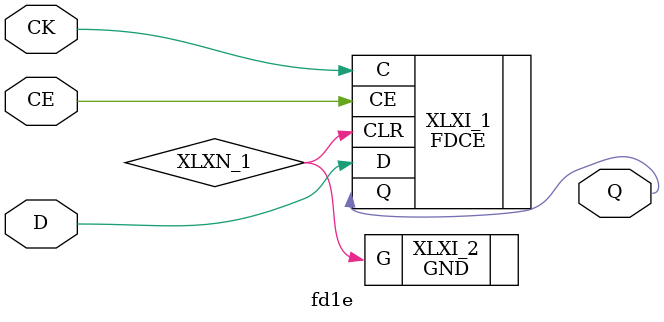
<source format=v>
module fd1e(CE, 
                                CK, 
                                D, 
                                Q);

    input CE;
    input CK;
    input D;
   output Q;
   
   wire XLXN_1;
   
   FDCE  XLXI_1 (.C(CK), 
                .CE(CE), 
                .CLR(XLXN_1), 
                .D(D), 
                .Q(Q));
   GND  XLXI_2 (.G(XLXN_1));
endmodule
</source>
